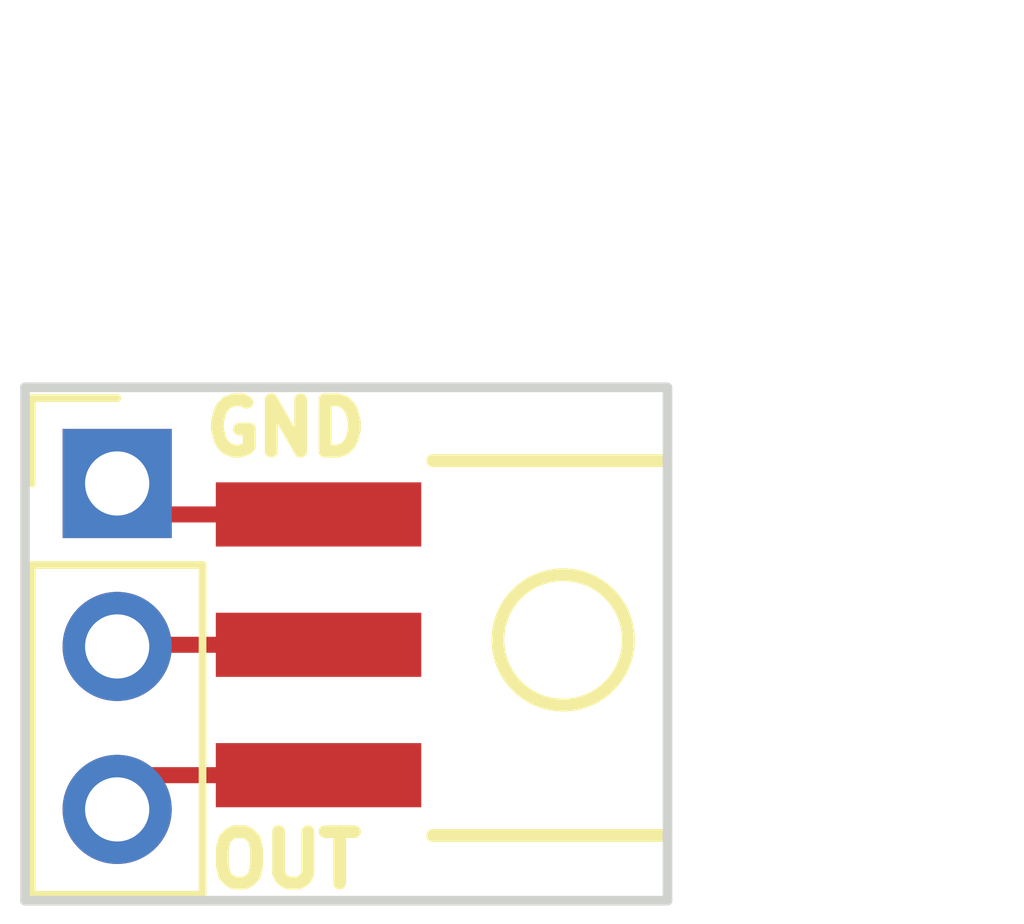
<source format=kicad_pcb>
(kicad_pcb (version 4) (host pcbnew 4.0.7-e2-6376~61~ubuntu18.04.1)

  (general
    (links 3)
    (no_connects 0)
    (area 144.848719 101.6986 157.148601 113.4886)
    (thickness 1.6)
    (drawings 11)
    (tracks 6)
    (zones 0)
    (modules 2)
    (nets 4)
  )

  (page A4)
  (title_block
    (title pulseox-clamp-cb)
    (date 2018-07-18)
    (rev 2.1)
    (company IRNAS)
  )

  (layers
    (0 F.Cu signal)
    (31 B.Cu signal)
    (32 B.Adhes user)
    (33 F.Adhes user)
    (34 B.Paste user)
    (35 F.Paste user)
    (36 B.SilkS user)
    (37 F.SilkS user)
    (38 B.Mask user)
    (39 F.Mask user)
    (40 Dwgs.User user)
    (41 Cmts.User user hide)
    (42 Eco1.User user hide)
    (43 Eco2.User user hide)
    (44 Edge.Cuts user)
    (45 Margin user hide)
    (46 B.CrtYd user hide)
    (47 F.CrtYd user hide)
    (48 B.Fab user hide)
    (49 F.Fab user hide)
  )

  (setup
    (last_trace_width 0.25)
    (trace_clearance 0.2)
    (zone_clearance 0.508)
    (zone_45_only no)
    (trace_min 0.2)
    (segment_width 0.2)
    (edge_width 0.15)
    (via_size 0.6)
    (via_drill 0.4)
    (via_min_size 0.4)
    (via_min_drill 0.3)
    (uvia_size 0.3)
    (uvia_drill 0.1)
    (uvias_allowed no)
    (uvia_min_size 0.2)
    (uvia_min_drill 0.1)
    (pcb_text_width 0.3)
    (pcb_text_size 1.5 1.5)
    (mod_edge_width 0.15)
    (mod_text_size 1 1)
    (mod_text_width 0.15)
    (pad_size 1.524 1.524)
    (pad_drill 0.762)
    (pad_to_mask_clearance 0.2)
    (aux_axis_origin 0 0)
    (visible_elements FFFFFF7F)
    (pcbplotparams
      (layerselection 0x00030_80000001)
      (usegerberextensions false)
      (excludeedgelayer true)
      (linewidth 0.100000)
      (plotframeref false)
      (viasonmask false)
      (mode 1)
      (useauxorigin false)
      (hpglpennumber 1)
      (hpglpenspeed 20)
      (hpglpendiameter 15)
      (hpglpenoverlay 2)
      (psnegative false)
      (psa4output false)
      (plotreference true)
      (plotvalue true)
      (plotinvisibletext false)
      (padsonsilk false)
      (subtractmaskfromsilk false)
      (outputformat 1)
      (mirror false)
      (drillshape 1)
      (scaleselection 1)
      (outputdirectory ""))
  )

  (net 0 "")
  (net 1 "Net-(P1-Pad1)")
  (net 2 "Net-(P1-Pad2)")
  (net 3 "Net-(P1-Pad3)")

  (net_class Default "This is the default net class."
    (clearance 0.2)
    (trace_width 0.25)
    (via_dia 0.6)
    (via_drill 0.4)
    (uvia_dia 0.3)
    (uvia_drill 0.1)
    (add_net "Net-(P1-Pad1)")
    (add_net "Net-(P1-Pad2)")
    (add_net "Net-(P1-Pad3)")
  )

  (module Pin_Headers:Pin_Header_Straight_1x03_Pitch2.54mm (layer F.Cu) (tedit 5B4DB9AA) (tstamp 5B4DB999)
    (at 148.5011 105.0036)
    (descr "Through hole straight pin header, 1x03, 2.54mm pitch, single row")
    (tags "Through hole pin header THT 1x03 2.54mm single row")
    (path /5B4DB9EA)
    (fp_text reference P1 (at 0 -2.33) (layer F.SilkS) hide
      (effects (font (size 1 1) (thickness 0.15)))
    )
    (fp_text value "Header 3" (at 0 7.41) (layer F.Fab) hide
      (effects (font (size 1 1) (thickness 0.15)))
    )
    (fp_line (start -0.635 -1.27) (end 1.27 -1.27) (layer F.Fab) (width 0.1))
    (fp_line (start 1.27 -1.27) (end 1.27 6.35) (layer F.Fab) (width 0.1))
    (fp_line (start 1.27 6.35) (end -1.27 6.35) (layer F.Fab) (width 0.1))
    (fp_line (start -1.27 6.35) (end -1.27 -0.635) (layer F.Fab) (width 0.1))
    (fp_line (start -1.27 -0.635) (end -0.635 -1.27) (layer F.Fab) (width 0.1))
    (fp_line (start -1.33 6.41) (end 1.33 6.41) (layer F.SilkS) (width 0.12))
    (fp_line (start -1.33 1.27) (end -1.33 6.41) (layer F.SilkS) (width 0.12))
    (fp_line (start 1.33 1.27) (end 1.33 6.41) (layer F.SilkS) (width 0.12))
    (fp_line (start -1.33 1.27) (end 1.33 1.27) (layer F.SilkS) (width 0.12))
    (fp_line (start -1.33 0) (end -1.33 -1.33) (layer F.SilkS) (width 0.12))
    (fp_line (start -1.33 -1.33) (end 0 -1.33) (layer F.SilkS) (width 0.12))
    (fp_line (start -1.8 -1.8) (end -1.8 6.85) (layer F.CrtYd) (width 0.05))
    (fp_line (start -1.8 6.85) (end 1.8 6.85) (layer F.CrtYd) (width 0.05))
    (fp_line (start 1.8 6.85) (end 1.8 -1.8) (layer F.CrtYd) (width 0.05))
    (fp_line (start 1.8 -1.8) (end -1.8 -1.8) (layer F.CrtYd) (width 0.05))
    (fp_text user %R (at 0 2.54 90) (layer F.Fab) hide
      (effects (font (size 1 1) (thickness 0.15)))
    )
    (pad 1 thru_hole rect (at 0 0) (size 1.7 1.7) (drill 1) (layers *.Cu *.Mask)
      (net 1 "Net-(P1-Pad1)"))
    (pad 2 thru_hole oval (at 0 2.54) (size 1.7 1.7) (drill 1) (layers *.Cu *.Mask)
      (net 2 "Net-(P1-Pad2)"))
    (pad 3 thru_hole oval (at 0 5.08) (size 1.7 1.7) (drill 1) (layers *.Cu *.Mask)
      (net 3 "Net-(P1-Pad3)"))
    (model ${KISYS3DMOD}/Pin_Headers.3dshapes/Pin_Header_Straight_1x03_Pitch2.54mm.wrl
      (at (xyz 0 0 0))
      (scale (xyz 1 1 1))
      (rotate (xyz 0 0 0))
    )
  )

  (module tsl252:tsl252 (layer F.Cu) (tedit 5B4DB9A5) (tstamp 5B4DB9A0)
    (at 153.162 109.0422 90)
    (descr "ambient light sensor, i2c interface, 6-pin chipled package, https://docs.broadcom.com/docs/AV02-2315EN")
    (tags "ambient light sensor chipled")
    (path /5B4DB845)
    (attr smd)
    (fp_text reference U1 (at 0.762 -4.318 90) (layer F.SilkS) hide
      (effects (font (size 1 1) (thickness 0.15)))
    )
    (fp_text value tsl252 (at 1.524 1.016 90) (layer F.Fab) hide
      (effects (font (size 1 1) (thickness 0.15)))
    )
    (pad 3 smd rect (at 3.556 -1.524 90) (size 1 3.2) (layers F.Cu F.Paste F.Mask)
      (net 1 "Net-(P1-Pad1)"))
    (pad 2 smd rect (at 1.524 -1.524 90) (size 1 3.2) (layers F.Cu F.Paste F.Mask)
      (net 2 "Net-(P1-Pad2)"))
    (pad 1 smd rect (at -0.508 -1.524 90) (size 1 3.2) (layers F.Cu F.Paste F.Mask)
      (net 3 "Net-(P1-Pad3)"))
    (model ${KISYS3DMOD}/Opto-Devices.3dshapes/Broadcom_APDS-9301.wrl
      (at (xyz 0 0 0))
      (scale (xyz 1 1 1))
      (rotate (xyz 0 0 0))
    )
  )

  (dimension 8.001 (width 0.25) (layer Dwgs.User)
    (gr_text "8,00 mm" (at 161.29 107.5436 270) (layer Dwgs.User)
      (effects (font (size 1 1) (thickness 0.25)))
    )
    (feature1 (pts (xy 157.0736 111.506) (xy 162.6184 111.506)))
    (feature2 (pts (xy 157.0736 103.505) (xy 162.6184 103.505)))
    (crossbar (pts (xy 159.9184 103.505) (xy 159.9184 111.506)))
    (arrow1a (pts (xy 159.9184 111.506) (xy 159.331979 110.379496)))
    (arrow1b (pts (xy 159.9184 111.506) (xy 160.504821 110.379496)))
    (arrow2a (pts (xy 159.9184 103.505) (xy 159.331979 104.631504)))
    (arrow2b (pts (xy 159.9184 103.505) (xy 160.504821 104.631504)))
  )
  (dimension 10.0076 (width 0.3) (layer Dwgs.User)
    (gr_text "10,00 mm" (at 152.2222 98.806) (layer Dwgs.User)
      (effects (font (size 1.3 1.3) (thickness 0.3)))
    )
    (feature1 (pts (xy 147.066 103.505) (xy 147.066 97.6554)))
    (feature2 (pts (xy 157.0736 103.505) (xy 157.0736 97.6554)))
    (crossbar (pts (xy 157.0736 100.3554) (xy 147.066 100.3554)))
    (arrow1a (pts (xy 147.066 100.3554) (xy 148.192504 99.768979)))
    (arrow1b (pts (xy 147.066 100.3554) (xy 148.192504 100.941821)))
    (arrow2a (pts (xy 157.0736 100.3554) (xy 155.947096 99.768979)))
    (arrow2b (pts (xy 157.0736 100.3554) (xy 155.947096 100.941821)))
  )
  (gr_text OUT (at 151.13 110.871) (layer F.SilkS)
    (effects (font (size 0.8 0.8) (thickness 0.2)))
  )
  (gr_text GND (at 151.13 104.14) (layer F.SilkS)
    (effects (font (size 0.8 0.8) (thickness 0.2)))
  )
  (gr_circle (center 155.448 107.442) (end 155.448 108.458) (layer F.SilkS) (width 0.2))
  (gr_line (start 153.416 110.49) (end 156.972 110.49) (angle 90) (layer F.SilkS) (width 0.2))
  (gr_line (start 153.416 104.648) (end 156.972 104.648) (angle 90) (layer F.SilkS) (width 0.2))
  (gr_line (start 157.0736 111.506) (end 147.066 111.506) (angle 90) (layer Edge.Cuts) (width 0.15))
  (gr_line (start 157.0736 103.505) (end 157.0736 111.506) (angle 90) (layer Edge.Cuts) (width 0.15))
  (gr_line (start 147.066 103.505) (end 157.066 103.505) (angle 90) (layer Edge.Cuts) (width 0.15))
  (gr_line (start 147.066 103.505) (end 147.066 111.505) (angle 90) (layer Edge.Cuts) (width 0.15))

  (segment (start 151.638 105.4862) (end 148.9837 105.4862) (width 0.25) (layer F.Cu) (net 1))
  (segment (start 148.9837 105.4862) (end 148.5011 105.0036) (width 0.25) (layer F.Cu) (net 1) (tstamp 5B4DBA66))
  (segment (start 151.638 107.5182) (end 148.5265 107.5182) (width 0.25) (layer F.Cu) (net 2))
  (segment (start 148.5265 107.5182) (end 148.5011 107.5436) (width 0.25) (layer F.Cu) (net 2) (tstamp 5B4DBA69))
  (segment (start 151.638 109.5502) (end 149.0345 109.5502) (width 0.25) (layer F.Cu) (net 3))
  (segment (start 149.0345 109.5502) (end 148.5011 110.0836) (width 0.25) (layer F.Cu) (net 3) (tstamp 5B4DBA6C))

)

</source>
